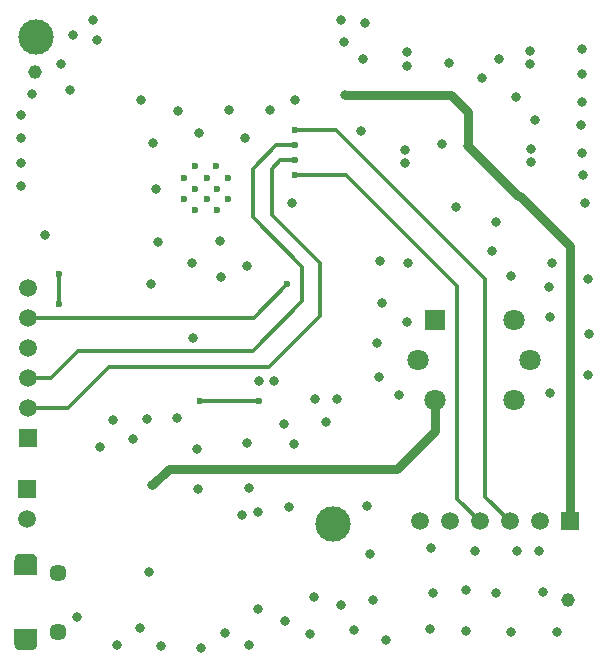
<source format=gbr>
%TF.GenerationSoftware,Altium Limited,Altium Designer,21.4.1 (30)*%
G04 Layer_Physical_Order=4*
G04 Layer_Color=16711680*
%FSLAX26Y26*%
%MOIN*%
%TF.SameCoordinates,1ED331C9-AAA6-4E36-89CA-E609260C48EE*%
%TF.FilePolarity,Positive*%
%TF.FileFunction,Copper,L4,Bot,Signal*%
%TF.Part,Single*%
G01*
G75*
%TA.AperFunction,Conductor*%
%ADD26C,0.011811*%
%ADD27C,0.029528*%
%TA.AperFunction,WasherPad*%
%ADD30C,0.045354*%
%TA.AperFunction,ComponentPad*%
%ADD31R,0.059055X0.059055*%
%ADD32C,0.059055*%
%ADD33C,0.070866*%
%ADD34R,0.070866X0.070866*%
%ADD35O,0.074803X0.047244*%
%ADD36C,0.057087*%
%ADD37R,0.059055X0.059055*%
%TA.AperFunction,ViaPad*%
%ADD38C,0.031496*%
%ADD39C,0.118110*%
%ADD40C,0.023622*%
G36*
X812047Y156654D02*
X811968Y155630D01*
X811850Y154606D01*
X811654Y153583D01*
X811417Y152598D01*
X811142Y151575D01*
X810787Y150630D01*
X810394Y149685D01*
X809961Y148740D01*
X809449Y147835D01*
X808898Y146969D01*
X808346Y146102D01*
X807716Y145275D01*
X807047Y144488D01*
X806339Y143740D01*
X805591Y143031D01*
X804803Y142362D01*
X803976Y141732D01*
X803110Y141181D01*
X802244Y140630D01*
X801339Y140118D01*
X800394Y139685D01*
X799449Y139291D01*
X798504Y138937D01*
X797480Y138661D01*
X796496Y138425D01*
X795472Y138228D01*
X794449Y138110D01*
X793425Y138031D01*
X792402Y137992D01*
X756968D01*
X755945Y138031D01*
X754921Y138110D01*
X753898Y138228D01*
X752874Y138425D01*
X751890Y138661D01*
X750866Y138937D01*
X749921Y139291D01*
X748976Y139685D01*
X748032Y140118D01*
X747126Y140630D01*
X746260Y141181D01*
X745394Y141732D01*
X744567Y142362D01*
X743779Y143031D01*
X743032Y143740D01*
X742323Y144488D01*
X741654Y145275D01*
X741024Y146102D01*
X740472Y146969D01*
X739921Y147835D01*
X739409Y148740D01*
X738976Y149685D01*
X738583Y150630D01*
X738228Y151575D01*
X737953Y152598D01*
X737716Y153583D01*
X737520Y154606D01*
X737402Y155630D01*
X737323Y156654D01*
X737283Y157677D01*
Y208858D01*
X812087D01*
Y157677D01*
X812047Y156654D01*
D02*
G37*
G36*
X737283Y389961D02*
Y441142D01*
X737323Y442165D01*
X737402Y443189D01*
X737520Y444212D01*
X737716Y445236D01*
X737953Y446220D01*
X738228Y447244D01*
X738583Y448189D01*
X738976Y449134D01*
X739409Y450079D01*
X739921Y450984D01*
X740472Y451850D01*
X741024Y452716D01*
X741654Y453543D01*
X742323Y454331D01*
X743032Y455079D01*
X743779Y455787D01*
X744567Y456457D01*
X745394Y457087D01*
X746260Y457638D01*
X747126Y458189D01*
X748032Y458701D01*
X748976Y459134D01*
X749921Y459527D01*
X750866Y459882D01*
X751890Y460157D01*
X752874Y460394D01*
X753898Y460591D01*
X754921Y460709D01*
X755945Y460787D01*
X756968Y460827D01*
X792402D01*
X793425Y460787D01*
X794449Y460709D01*
X795472Y460591D01*
X796496Y460394D01*
X797480Y460157D01*
X798504Y459882D01*
X799449Y459527D01*
X800394Y459134D01*
X801339Y458701D01*
X802244Y458189D01*
X803110Y457638D01*
X803976Y457087D01*
X804803Y456457D01*
X805591Y455787D01*
X806339Y455079D01*
X807047Y454331D01*
X807716Y453543D01*
X808346Y452716D01*
X808898Y451850D01*
X809449Y450984D01*
X809961Y450079D01*
X810394Y449134D01*
X810787Y448189D01*
X811142Y447244D01*
X811417Y446220D01*
X811654Y445236D01*
X811850Y444212D01*
X811968Y443189D01*
X812047Y442165D01*
X812087Y441142D01*
Y389961D01*
X737283D01*
D02*
G37*
D26*
X1843265Y1723665D02*
X2212598Y1354331D01*
Y644331D02*
X2288347Y568582D01*
X2212598Y644331D02*
Y1354331D01*
X1673918Y1723665D02*
X1843265D01*
X1673228Y1874016D02*
X1809055D01*
X2307087Y1375984D01*
Y649842D02*
Y1375984D01*
Y649842D02*
X2388347Y568582D01*
X885827Y1291339D02*
Y1393701D01*
X1354331Y968504D02*
X1551181D01*
X1586614Y1082677D02*
X1755906Y1251968D01*
X915748Y947244D02*
X1051181Y1082677D01*
X1586614D01*
X783465Y1047244D02*
X858268D01*
X948819Y1137795D01*
X1531496D01*
X1696850Y1303150D01*
Y1417323D01*
X1531496Y1582677D02*
X1696850Y1417323D01*
X1531496Y1582677D02*
Y1744094D01*
X783465Y947244D02*
X915748D01*
X1755906Y1251968D02*
Y1429134D01*
X1594488Y1590551D02*
X1755906Y1429134D01*
X1594488Y1590551D02*
Y1744094D01*
X1622047Y1771653D01*
X1673228D01*
X1531496Y1744094D02*
X1610236Y1822835D01*
X1673228D01*
X1534646Y1247244D02*
X1645669Y1358268D01*
X783465Y1247244D02*
X1534646D01*
D27*
X2248032Y1818898D02*
Y1933071D01*
X2414440Y1652489D02*
X2422314D01*
X2588347Y1486457D01*
X2248032Y1818898D02*
X2414440Y1652489D01*
X2588347Y568582D02*
Y1486457D01*
X1251968Y744095D02*
X2011811D01*
X2192913Y1988189D02*
X2248032Y1933071D01*
X1838583Y1988189D02*
X2192913D01*
X2137441Y869724D02*
Y974055D01*
X2011811Y744095D02*
X2137441Y869724D01*
X1196850Y688976D02*
X1251968Y744095D01*
D30*
X2580709Y307087D02*
D03*
X807087Y2066929D02*
D03*
D31*
X783465Y847244D02*
D03*
X780000Y675000D02*
D03*
D32*
X783465Y947244D02*
D03*
Y1047244D02*
D03*
Y1147244D02*
D03*
Y1247244D02*
D03*
Y1347244D02*
D03*
X780000Y575000D02*
D03*
X2488347Y568582D02*
D03*
X2388347D02*
D03*
X2288347D02*
D03*
X2188347D02*
D03*
X2088347D02*
D03*
D33*
X2401929Y1238543D02*
D03*
X2456693Y1106299D02*
D03*
X2401929Y974055D02*
D03*
X2137441D02*
D03*
X2082677Y1106299D02*
D03*
D34*
X2137441Y1238543D02*
D03*
D35*
X774685Y161614D02*
D03*
Y437205D02*
D03*
D36*
X880984Y200984D02*
D03*
Y397835D02*
D03*
D37*
X2588347Y568582D02*
D03*
D38*
X2629389Y1795276D02*
D03*
X2627420Y1966535D02*
D03*
Y2143701D02*
D03*
X2209512Y1614561D02*
D03*
X1893168Y1870079D02*
D03*
X1836082Y2167323D02*
D03*
X890994Y2093458D02*
D03*
X795236Y1993537D02*
D03*
X1013247Y2171260D02*
D03*
X999467Y2238189D02*
D03*
X932538Y2190945D02*
D03*
X920727Y2005906D02*
D03*
X1280272Y912096D02*
D03*
X1021121Y814961D02*
D03*
X1133326Y842520D02*
D03*
X1180570Y909449D02*
D03*
X1064428Y907480D02*
D03*
X2241593Y338583D02*
D03*
X2242963Y204206D02*
D03*
X2497348Y331868D02*
D03*
X2547099Y200451D02*
D03*
X2393168Y198819D02*
D03*
X2341526Y329990D02*
D03*
X2121515Y208661D02*
D03*
X2486084Y470794D02*
D03*
X2413805Y468916D02*
D03*
X2271121Y468504D02*
D03*
X2125627Y481119D02*
D03*
X2131890Y328740D02*
D03*
X1439445Y194819D02*
D03*
X1156948Y212598D02*
D03*
X1078207Y157480D02*
D03*
X1225845Y151575D02*
D03*
X1359656Y145069D02*
D03*
X1520172Y157272D02*
D03*
X1976375Y174168D02*
D03*
X1868426Y205145D02*
D03*
X1640324Y237060D02*
D03*
X1721908Y192913D02*
D03*
X1825246Y289627D02*
D03*
X1932256Y304646D02*
D03*
X1736070Y314972D02*
D03*
X1912853Y618110D02*
D03*
X1776434Y898836D02*
D03*
X1668759Y826772D02*
D03*
X1635631Y893204D02*
D03*
X1512662Y830312D02*
D03*
X1651042Y616142D02*
D03*
X1517716Y681102D02*
D03*
X1922696Y460630D02*
D03*
X2649074Y1057087D02*
D03*
X2653011Y1192913D02*
D03*
X2647538Y1375690D02*
D03*
X2521121Y996063D02*
D03*
X2519152Y1348425D02*
D03*
X2521121Y1250000D02*
D03*
X2530202Y1428256D02*
D03*
X2328207Y1468504D02*
D03*
X2391200Y1387795D02*
D03*
X2019152Y990158D02*
D03*
X1952908Y1048087D02*
D03*
X1944349Y1161417D02*
D03*
X2044743Y1232284D02*
D03*
X1962066Y1297244D02*
D03*
X2048680Y1429134D02*
D03*
X1954192Y1437008D02*
D03*
X2471908Y1907480D02*
D03*
X2639231Y1627953D02*
D03*
X2633326Y1722441D02*
D03*
X2624071Y1889153D02*
D03*
X2627953Y2059055D02*
D03*
X2351829Y2110236D02*
D03*
X2408916Y1984252D02*
D03*
X2294743Y2047244D02*
D03*
X2186475Y2096457D02*
D03*
X1906948Y2230315D02*
D03*
X1826772Y2238189D02*
D03*
X1660885Y1629921D02*
D03*
X1426633Y1383858D02*
D03*
X1590018Y1940945D02*
D03*
X1505373Y1846457D02*
D03*
X1452223Y1938976D02*
D03*
X1351209Y1862869D02*
D03*
X1280963Y1937008D02*
D03*
X1198286Y1830709D02*
D03*
X1210097Y1675197D02*
D03*
X1513247Y1419291D02*
D03*
X1420727Y1503937D02*
D03*
X1328207Y1431102D02*
D03*
X1214034Y1498032D02*
D03*
X2248032Y1818898D02*
D03*
X1897638Y2110236D02*
D03*
X2039370Y1763780D02*
D03*
Y1807087D02*
D03*
X2460630Y1767716D02*
D03*
Y1811024D02*
D03*
X2456693Y2094488D02*
D03*
Y2137795D02*
D03*
X2047244Y2086614D02*
D03*
Y2133858D02*
D03*
X2160845Y1825113D02*
D03*
X1838583Y1988189D02*
D03*
X1196850Y688976D02*
D03*
X1346457Y811024D02*
D03*
X1350394Y677165D02*
D03*
X2342520Y1566929D02*
D03*
X1811024Y976378D02*
D03*
X1740158D02*
D03*
X838583Y1523622D02*
D03*
X1551181Y1035433D02*
D03*
X1602362D02*
D03*
X759843Y1763780D02*
D03*
Y1685039D02*
D03*
Y1846457D02*
D03*
X1157480Y1972441D02*
D03*
X1192913Y1358268D02*
D03*
X1330709Y1181102D02*
D03*
X759843Y1921260D02*
D03*
X1673228Y1972441D02*
D03*
X945000Y250000D02*
D03*
X1550000Y600000D02*
D03*
X1185000Y400000D02*
D03*
X1550000Y275000D02*
D03*
X1495000Y590000D02*
D03*
D39*
X809055Y2183071D02*
D03*
X1799213Y561024D02*
D03*
D40*
X885827Y1393701D02*
D03*
Y1291339D02*
D03*
X1354331Y968504D02*
D03*
X1551181D02*
D03*
X1673228Y1771653D02*
D03*
Y1822835D02*
D03*
X1645669Y1358268D02*
D03*
X1673918Y1723665D02*
D03*
X1673228Y1874016D02*
D03*
X1303150Y1641732D02*
D03*
X1338583Y1751968D02*
D03*
X1377953Y1641732D02*
D03*
X1413386Y1606299D02*
D03*
X1338583D02*
D03*
X1413386Y1677165D02*
D03*
X1338583D02*
D03*
X1303150Y1712598D02*
D03*
X1377953D02*
D03*
X1409449Y1751968D02*
D03*
X1448416Y1714457D02*
D03*
X1448819Y1641732D02*
D03*
%TF.MD5,39f97c43d31ddea79cd896de24035425*%
M02*

</source>
